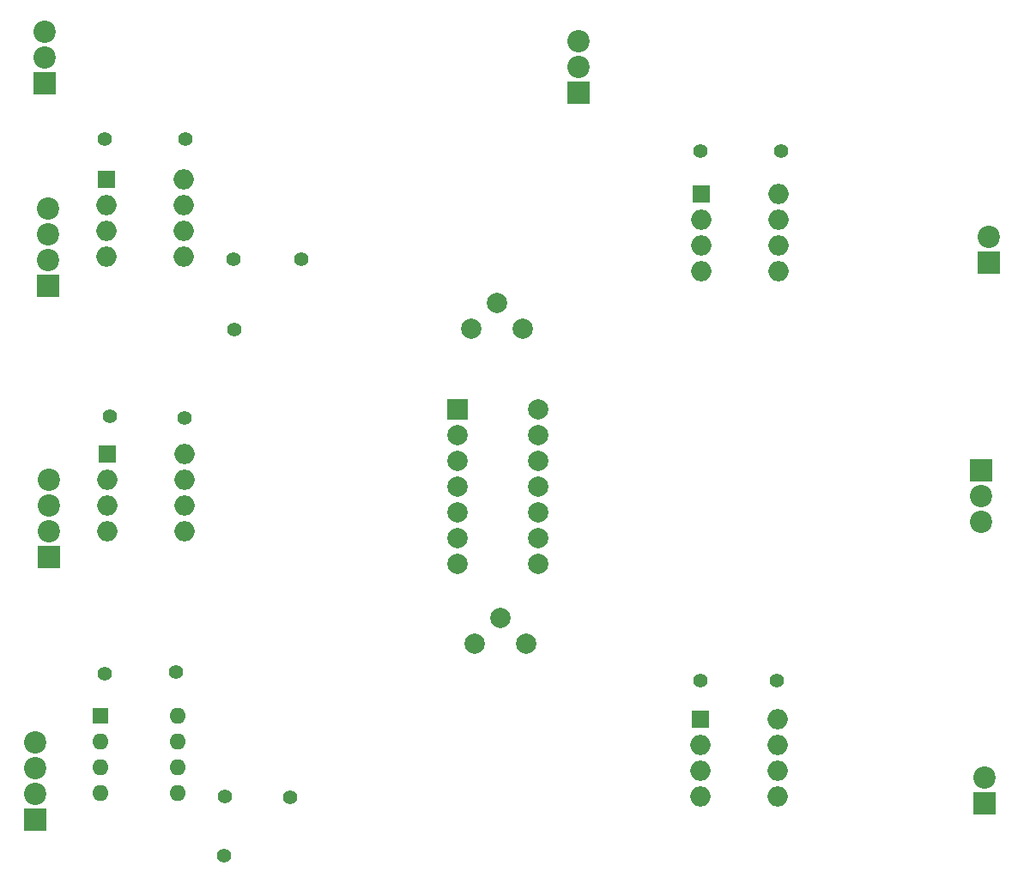
<source format=gbr>
%TF.GenerationSoftware,KiCad,Pcbnew,7.0.5*%
%TF.CreationDate,2023-07-31T13:29:29+02:00*%
%TF.ProjectId,Byaxon_2D_V1,42796178-6f6e-45f3-9244-5f56312e6b69,rev?*%
%TF.SameCoordinates,Original*%
%TF.FileFunction,Soldermask,Top*%
%TF.FilePolarity,Negative*%
%FSLAX46Y46*%
G04 Gerber Fmt 4.6, Leading zero omitted, Abs format (unit mm)*
G04 Created by KiCad (PCBNEW 7.0.5) date 2023-07-31 13:29:29*
%MOMM*%
%LPD*%
G01*
G04 APERTURE LIST*
%ADD10R,1.800000X1.800000*%
%ADD11O,2.000000X2.000000*%
%ADD12C,1.400000*%
%ADD13C,2.000000*%
%ADD14R,2.200000X2.200000*%
%ADD15C,2.200000*%
%ADD16R,2.000000X2.000000*%
%ADD17R,1.600000X1.600000*%
%ADD18O,1.600000X1.600000*%
G04 APERTURE END LIST*
D10*
%TO.C,INA217_9*%
X116500000Y-109160000D03*
D11*
X116500000Y-111700000D03*
X116500000Y-114240000D03*
X116500000Y-116780000D03*
X124120000Y-116780000D03*
X124120000Y-114240000D03*
X124120000Y-111700000D03*
X124120000Y-109160000D03*
%TD*%
D12*
%TO.C,J6*%
X65700000Y-51900000D03*
%TD*%
%TO.C,J8*%
X124400000Y-53100000D03*
%TD*%
%TO.C,J14*%
X70400000Y-63725000D03*
%TD*%
%TO.C,J2*%
X64750000Y-104500000D03*
%TD*%
D13*
%TO.C,VR2*%
X94200000Y-101700000D03*
X96740000Y-99160000D03*
X99280000Y-101700000D03*
%TD*%
D12*
%TO.C,J16*%
X69600000Y-116700000D03*
%TD*%
D14*
%TO.C,connAlimen1*%
X144200000Y-84600000D03*
D15*
X144200000Y-87140000D03*
X144200000Y-89680000D03*
%TD*%
D14*
%TO.C,gradOutPut3*%
X144500000Y-117390000D03*
D15*
X144500000Y-114850000D03*
%TD*%
D13*
%TO.C,VR1*%
X93900000Y-70600000D03*
X96440000Y-68060000D03*
X98980000Y-70600000D03*
%TD*%
D10*
%TO.C,INA217_7*%
X58000000Y-83000000D03*
D11*
X58000000Y-85540000D03*
X58000000Y-88080000D03*
X58000000Y-90620000D03*
X65620000Y-90620000D03*
X65620000Y-88080000D03*
X65620000Y-85540000D03*
X65620000Y-83000000D03*
%TD*%
D12*
%TO.C,J12*%
X70500000Y-70725000D03*
%TD*%
%TO.C,J18*%
X69500000Y-122600000D03*
%TD*%
D14*
%TO.C,Lemo5*%
X52200000Y-93137500D03*
D15*
X52200000Y-90597500D03*
X52200000Y-88057500D03*
X52200000Y-85517500D03*
%TD*%
D16*
%TO.C,U1*%
X92530500Y-78570000D03*
D13*
X92530500Y-81110000D03*
X92530500Y-83650000D03*
X92530500Y-86190000D03*
X92530500Y-88730000D03*
X92530500Y-91270000D03*
X92530500Y-93810000D03*
X100470500Y-93810000D03*
X100470500Y-91270000D03*
X100470500Y-88730000D03*
X100470500Y-86190000D03*
X100470500Y-83650000D03*
X100470500Y-81110000D03*
X100470500Y-78570000D03*
%TD*%
D12*
%TO.C,J4*%
X65620000Y-79400000D03*
%TD*%
D10*
%TO.C,INA217_1*%
X57880000Y-55867500D03*
D11*
X57880000Y-58407500D03*
X57880000Y-60947500D03*
X57880000Y-63487500D03*
X65500000Y-63487500D03*
X65500000Y-60947500D03*
X65500000Y-58407500D03*
X65500000Y-55867500D03*
%TD*%
D14*
%TO.C,Lemo6*%
X52100000Y-66380000D03*
D15*
X52100000Y-63840000D03*
X52100000Y-61300000D03*
X52100000Y-58760000D03*
%TD*%
D12*
%TO.C,J3*%
X58220000Y-79220000D03*
%TD*%
D14*
%TO.C,connAlimen9v1*%
X104500000Y-47300000D03*
D15*
X104500000Y-44760000D03*
X104500000Y-42220000D03*
%TD*%
%TO.C,gradOutPut4*%
X144900000Y-61500000D03*
D14*
X144900000Y-64040000D03*
%TD*%
%TO.C,connPotes2*%
X51800000Y-46400000D03*
D15*
X51800000Y-43860000D03*
X51800000Y-41320000D03*
%TD*%
D14*
%TO.C,Lemo4*%
X50900000Y-119020000D03*
D15*
X50900000Y-116480000D03*
X50900000Y-113940000D03*
X50900000Y-111400000D03*
%TD*%
D12*
%TO.C,J9*%
X116500000Y-105300000D03*
%TD*%
%TO.C,J13*%
X77100000Y-63725000D03*
%TD*%
D10*
%TO.C,INA217_8*%
X116600000Y-57300000D03*
D11*
X116600000Y-59840000D03*
X116600000Y-62380000D03*
X116600000Y-64920000D03*
X124220000Y-64920000D03*
X124220000Y-62380000D03*
X124220000Y-59840000D03*
X124220000Y-57300000D03*
%TD*%
D17*
%TO.C,INA217_6*%
X57260000Y-108780000D03*
D18*
X57260000Y-111320000D03*
X57260000Y-113860000D03*
X57260000Y-116400000D03*
X64880000Y-116400000D03*
X64880000Y-113860000D03*
X64880000Y-111320000D03*
X64880000Y-108780000D03*
%TD*%
D12*
%TO.C,J5*%
X57700000Y-51887500D03*
%TD*%
%TO.C,J10*%
X124000000Y-105300000D03*
%TD*%
%TO.C,J1*%
X57700000Y-104600000D03*
%TD*%
%TO.C,J7*%
X116500000Y-53100000D03*
%TD*%
%TO.C,J15*%
X76000000Y-116800000D03*
%TD*%
M02*

</source>
